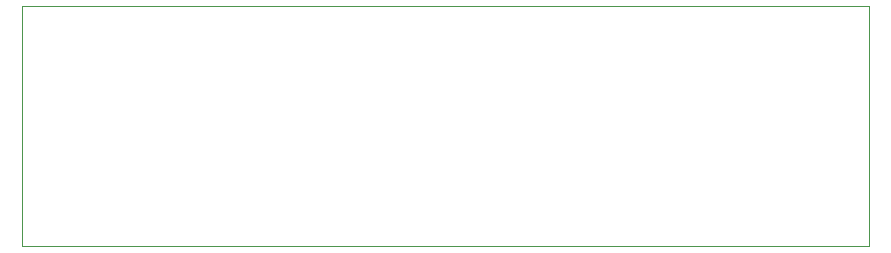
<source format=gbr>
G04 #@! TF.GenerationSoftware,KiCad,Pcbnew,5.1.4-e60b266~84~ubuntu18.04.1*
G04 #@! TF.CreationDate,2019-08-27T23:59:40+10:00*
G04 #@! TF.ProjectId,CMOS-50R,434d4f53-2d35-4305-922e-6b696361645f,rev?*
G04 #@! TF.SameCoordinates,Original*
G04 #@! TF.FileFunction,Profile,NP*
%FSLAX46Y46*%
G04 Gerber Fmt 4.6, Leading zero omitted, Abs format (unit mm)*
G04 Created by KiCad (PCBNEW 5.1.4-e60b266~84~ubuntu18.04.1) date 2019-08-27 23:59:40*
%MOMM*%
%LPD*%
G04 APERTURE LIST*
%ADD10C,0.100000*%
G04 APERTURE END LIST*
D10*
X147955000Y-76200000D02*
X76200000Y-76200000D01*
X76200000Y-76200000D02*
X76200000Y-55880000D01*
X76200000Y-55880000D02*
X147955000Y-55880000D01*
X147955000Y-55880000D02*
X147955000Y-76200000D01*
M02*

</source>
